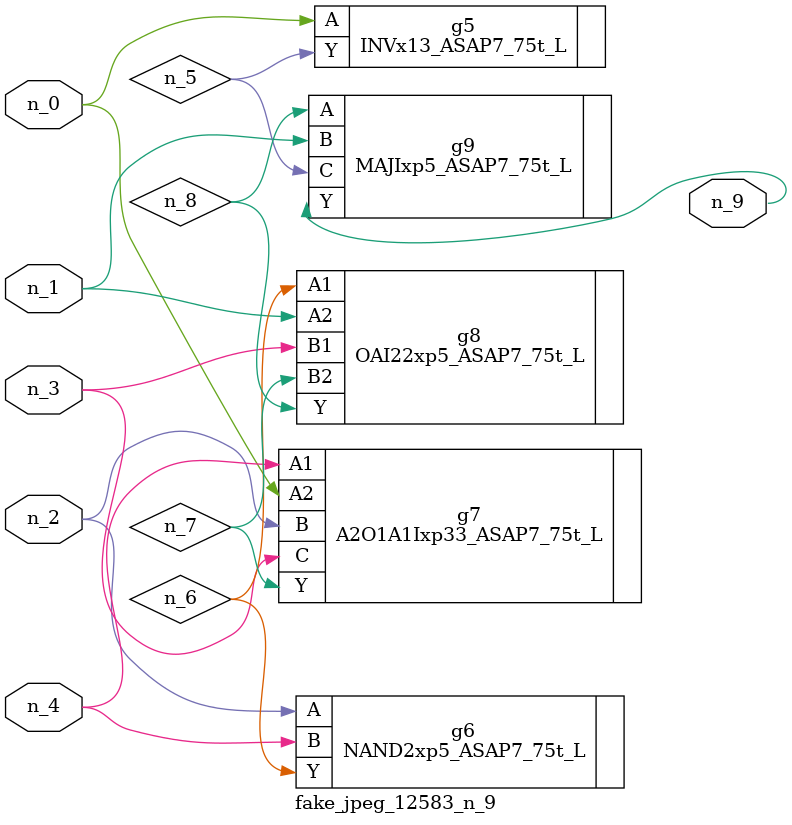
<source format=v>
module fake_jpeg_12583_n_9 (n_3, n_2, n_1, n_0, n_4, n_9);

input n_3;
input n_2;
input n_1;
input n_0;
input n_4;

output n_9;

wire n_8;
wire n_6;
wire n_5;
wire n_7;

INVx13_ASAP7_75t_L g5 ( 
.A(n_0),
.Y(n_5)
);

NAND2xp5_ASAP7_75t_L g6 ( 
.A(n_2),
.B(n_4),
.Y(n_6)
);

A2O1A1Ixp33_ASAP7_75t_L g7 ( 
.A1(n_4),
.A2(n_0),
.B(n_2),
.C(n_3),
.Y(n_7)
);

OAI22xp5_ASAP7_75t_L g8 ( 
.A1(n_6),
.A2(n_1),
.B1(n_3),
.B2(n_7),
.Y(n_8)
);

MAJIxp5_ASAP7_75t_L g9 ( 
.A(n_8),
.B(n_1),
.C(n_5),
.Y(n_9)
);


endmodule
</source>
